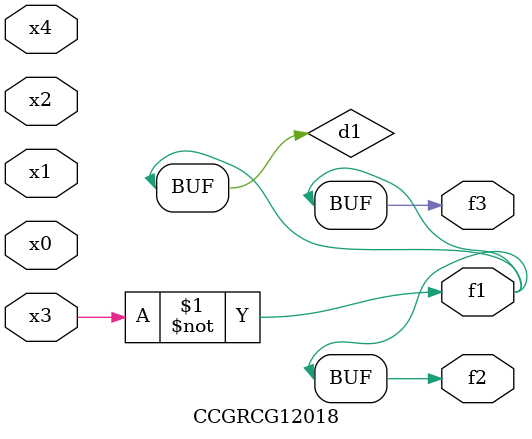
<source format=v>
module CCGRCG12018(
	input x0, x1, x2, x3, x4,
	output f1, f2, f3
);

	wire d1, d2;

	xnor (d1, x3);
	not (d2, x1);
	assign f1 = d1;
	assign f2 = d1;
	assign f3 = d1;
endmodule

</source>
